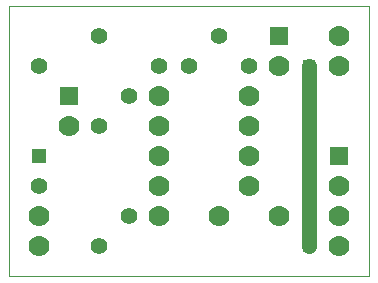
<source format=gtl>
G75*
%MOIN*%
%OFA0B0*%
%FSLAX25Y25*%
%IPPOS*%
%LPD*%
%AMOC8*
5,1,8,0,0,1.08239X$1,22.5*
%
%ADD10C,0.00000*%
%ADD11C,0.05543*%
%ADD12R,0.04756X0.04756*%
%ADD13C,0.07000*%
%ADD14R,0.06300X0.06300*%
%ADD15R,0.03962X0.03962*%
%ADD16C,0.05000*%
D10*
X0028676Y0030337D02*
X0028676Y0120337D01*
X0148676Y0120337D01*
X0148676Y0030337D01*
X0028676Y0030337D01*
D11*
X0058676Y0040337D03*
X0068676Y0050337D03*
X0038676Y0060337D03*
X0058676Y0080337D03*
X0068676Y0090337D03*
X0078676Y0100337D03*
X0088676Y0100337D03*
X0098676Y0110337D03*
X0108676Y0100337D03*
X0058676Y0110337D03*
X0038676Y0100337D03*
D12*
X0038676Y0070337D03*
D13*
X0048676Y0080337D03*
X0078676Y0080337D03*
X0078676Y0070337D03*
X0078676Y0060337D03*
X0078676Y0050337D03*
X0098676Y0050337D03*
X0108676Y0060337D03*
X0108676Y0070337D03*
X0108676Y0080337D03*
X0108676Y0090337D03*
X0118676Y0100337D03*
X0138676Y0100337D03*
X0138676Y0110337D03*
X0138676Y0060337D03*
X0138676Y0050337D03*
X0138676Y0040337D03*
X0118676Y0050337D03*
X0078676Y0090337D03*
X0038676Y0050337D03*
X0038676Y0040337D03*
D14*
X0048676Y0090337D03*
X0118676Y0110337D03*
X0138676Y0070337D03*
D15*
X0128676Y0040337D03*
X0128676Y0100337D03*
D16*
X0128676Y0040337D01*
M02*

</source>
